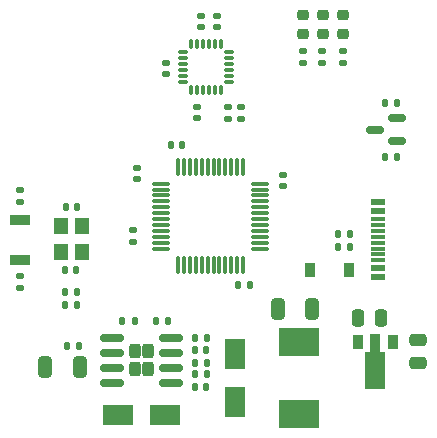
<source format=gbr>
%TF.GenerationSoftware,KiCad,Pcbnew,(6.0.0)*%
%TF.CreationDate,2022-08-29T11:56:51+07:00*%
%TF.ProjectId,FlightBit,466c6967-6874-4426-9974-2e6b69636164,rev?*%
%TF.SameCoordinates,Original*%
%TF.FileFunction,Paste,Top*%
%TF.FilePolarity,Positive*%
%FSLAX46Y46*%
G04 Gerber Fmt 4.6, Leading zero omitted, Abs format (unit mm)*
G04 Created by KiCad (PCBNEW (6.0.0)) date 2022-08-29 11:56:51*
%MOMM*%
%LPD*%
G01*
G04 APERTURE LIST*
G04 Aperture macros list*
%AMRoundRect*
0 Rectangle with rounded corners*
0 $1 Rounding radius*
0 $2 $3 $4 $5 $6 $7 $8 $9 X,Y pos of 4 corners*
0 Add a 4 corners polygon primitive as box body*
4,1,4,$2,$3,$4,$5,$6,$7,$8,$9,$2,$3,0*
0 Add four circle primitives for the rounded corners*
1,1,$1+$1,$2,$3*
1,1,$1+$1,$4,$5*
1,1,$1+$1,$6,$7*
1,1,$1+$1,$8,$9*
0 Add four rect primitives between the rounded corners*
20,1,$1+$1,$2,$3,$4,$5,0*
20,1,$1+$1,$4,$5,$6,$7,0*
20,1,$1+$1,$6,$7,$8,$9,0*
20,1,$1+$1,$8,$9,$2,$3,0*%
%AMFreePoly0*
4,1,9,3.862500,-0.866500,0.737500,-0.866500,0.737500,-0.450000,-0.737500,-0.450000,-0.737500,0.450000,0.737500,0.450000,0.737500,0.866500,3.862500,0.866500,3.862500,-0.866500,3.862500,-0.866500,$1*%
G04 Aperture macros list end*
%ADD10R,1.700000X0.900000*%
%ADD11RoundRect,0.140000X0.140000X0.170000X-0.140000X0.170000X-0.140000X-0.170000X0.140000X-0.170000X0*%
%ADD12RoundRect,0.218750X-0.256250X0.218750X-0.256250X-0.218750X0.256250X-0.218750X0.256250X0.218750X0*%
%ADD13RoundRect,0.140000X-0.170000X0.140000X-0.170000X-0.140000X0.170000X-0.140000X0.170000X0.140000X0*%
%ADD14RoundRect,0.135000X-0.185000X0.135000X-0.185000X-0.135000X0.185000X-0.135000X0.185000X0.135000X0*%
%ADD15R,1.160000X0.600000*%
%ADD16R,1.160000X0.300000*%
%ADD17RoundRect,0.250000X0.475000X-0.250000X0.475000X0.250000X-0.475000X0.250000X-0.475000X-0.250000X0*%
%ADD18RoundRect,0.150000X0.587500X0.150000X-0.587500X0.150000X-0.587500X-0.150000X0.587500X-0.150000X0*%
%ADD19RoundRect,0.135000X0.135000X0.185000X-0.135000X0.185000X-0.135000X-0.185000X0.135000X-0.185000X0*%
%ADD20RoundRect,0.135000X-0.135000X-0.185000X0.135000X-0.185000X0.135000X0.185000X-0.135000X0.185000X0*%
%ADD21RoundRect,0.135000X0.185000X-0.135000X0.185000X0.135000X-0.185000X0.135000X-0.185000X-0.135000X0*%
%ADD22RoundRect,0.250000X0.325000X0.650000X-0.325000X0.650000X-0.325000X-0.650000X0.325000X-0.650000X0*%
%ADD23RoundRect,0.140000X0.170000X-0.140000X0.170000X0.140000X-0.170000X0.140000X-0.170000X-0.140000X0*%
%ADD24RoundRect,0.140000X-0.140000X-0.170000X0.140000X-0.170000X0.140000X0.170000X-0.140000X0.170000X0*%
%ADD25R,0.900000X1.200000*%
%ADD26R,1.200000X1.400000*%
%ADD27R,0.900000X1.300000*%
%ADD28FreePoly0,270.000000*%
%ADD29RoundRect,0.250000X-0.250000X-0.475000X0.250000X-0.475000X0.250000X0.475000X-0.250000X0.475000X0*%
%ADD30R,2.500000X1.800000*%
%ADD31R,1.800000X2.500000*%
%ADD32RoundRect,0.240000X0.240000X0.385000X-0.240000X0.385000X-0.240000X-0.385000X0.240000X-0.385000X0*%
%ADD33RoundRect,0.150000X0.825000X0.150000X-0.825000X0.150000X-0.825000X-0.150000X0.825000X-0.150000X0*%
%ADD34RoundRect,0.075000X-0.662500X-0.075000X0.662500X-0.075000X0.662500X0.075000X-0.662500X0.075000X0*%
%ADD35RoundRect,0.075000X-0.075000X-0.662500X0.075000X-0.662500X0.075000X0.662500X-0.075000X0.662500X0*%
%ADD36RoundRect,0.075000X0.350000X0.075000X-0.350000X0.075000X-0.350000X-0.075000X0.350000X-0.075000X0*%
%ADD37RoundRect,0.075000X-0.075000X0.350000X-0.075000X-0.350000X0.075000X-0.350000X0.075000X0.350000X0*%
%ADD38R,3.500000X2.350000*%
G04 APERTURE END LIST*
D10*
%TO.C,SW1*%
X121500000Y-95500000D03*
X121500000Y-98900000D03*
%TD*%
D11*
%TO.C,C3*%
X140900000Y-101000000D03*
X139940000Y-101000000D03*
%TD*%
D12*
%TO.C,D3*%
X145400000Y-78212500D03*
X145400000Y-79787500D03*
%TD*%
D13*
%TO.C,C4*%
X143700000Y-91720000D03*
X143700000Y-92680000D03*
%TD*%
D14*
%TO.C,R16*%
X147070000Y-81190000D03*
X147070000Y-82210000D03*
%TD*%
D15*
%TO.C,J2*%
X151815000Y-100400000D03*
X151815000Y-99600000D03*
D16*
X151815000Y-98450000D03*
X151815000Y-97450000D03*
X151815000Y-96950000D03*
X151815000Y-95950000D03*
D15*
X151815000Y-94800000D03*
X151815000Y-94000000D03*
X151815000Y-94000000D03*
X151815000Y-94800000D03*
D16*
X151815000Y-95450000D03*
X151815000Y-96450000D03*
X151815000Y-97950000D03*
X151815000Y-98950000D03*
D15*
X151815000Y-99600000D03*
X151815000Y-100400000D03*
%TD*%
D17*
%TO.C,C17*%
X155150000Y-107600000D03*
X155150000Y-105700000D03*
%TD*%
D18*
%TO.C,Q1*%
X153377500Y-88830000D03*
X153377500Y-86930000D03*
X151502500Y-87880000D03*
%TD*%
D12*
%TO.C,D5*%
X148800000Y-78200000D03*
X148800000Y-79775000D03*
%TD*%
D19*
%TO.C,R6*%
X153390000Y-85600000D03*
X152370000Y-85600000D03*
%TD*%
D20*
%TO.C,R14*%
X130140000Y-104100000D03*
X131160000Y-104100000D03*
%TD*%
%TO.C,R9*%
X136240000Y-107600000D03*
X137260000Y-107600000D03*
%TD*%
D19*
%TO.C,R10*%
X137260000Y-108600000D03*
X136240000Y-108600000D03*
%TD*%
D21*
%TO.C,R2*%
X121500000Y-101310000D03*
X121500000Y-100290000D03*
%TD*%
D13*
%TO.C,C8*%
X138100000Y-78220000D03*
X138100000Y-79180000D03*
%TD*%
%TO.C,C11*%
X136450000Y-85950000D03*
X136450000Y-86910000D03*
%TD*%
D11*
%TO.C,C14*%
X137230000Y-109700000D03*
X136270000Y-109700000D03*
%TD*%
D12*
%TO.C,D4*%
X147100000Y-78200000D03*
X147100000Y-79775000D03*
%TD*%
D20*
%TO.C,R11*%
X125440000Y-106200000D03*
X126460000Y-106200000D03*
%TD*%
D21*
%TO.C,R4*%
X139050000Y-86950000D03*
X139050000Y-85930000D03*
%TD*%
D20*
%TO.C,R19*%
X125290000Y-101600000D03*
X126310000Y-101600000D03*
%TD*%
D19*
%TO.C,R18*%
X126300000Y-102700000D03*
X125280000Y-102700000D03*
%TD*%
D13*
%TO.C,C10*%
X133800000Y-82220000D03*
X133800000Y-83180000D03*
%TD*%
D22*
%TO.C,C12*%
X126525000Y-108000000D03*
X123575000Y-108000000D03*
%TD*%
D23*
%TO.C,C9*%
X136800000Y-79180000D03*
X136800000Y-78220000D03*
%TD*%
D20*
%TO.C,R5*%
X152380000Y-90200000D03*
X153400000Y-90200000D03*
%TD*%
D24*
%TO.C,C7*%
X125240000Y-99800000D03*
X126200000Y-99800000D03*
%TD*%
D19*
%TO.C,R8*%
X149410000Y-97800000D03*
X148390000Y-97800000D03*
%TD*%
D25*
%TO.C,D6*%
X146050000Y-99800000D03*
X149350000Y-99800000D03*
%TD*%
D26*
%TO.C,Y1*%
X124970000Y-96000000D03*
X124970000Y-98200000D03*
X126670000Y-98200000D03*
X126670000Y-96000000D03*
%TD*%
D11*
%TO.C,C13*%
X137220000Y-106500000D03*
X136260000Y-106500000D03*
%TD*%
D19*
%TO.C,R7*%
X149410000Y-96700000D03*
X148390000Y-96700000D03*
%TD*%
D27*
%TO.C,U4*%
X153050000Y-105850000D03*
D28*
X151550000Y-105937500D03*
D27*
X150050000Y-105850000D03*
%TD*%
D29*
%TO.C,C16*%
X150100000Y-103800000D03*
X152000000Y-103800000D03*
%TD*%
D21*
%TO.C,R3*%
X140150000Y-86960000D03*
X140150000Y-85940000D03*
%TD*%
D14*
%TO.C,R15*%
X145400000Y-81190000D03*
X145400000Y-82210000D03*
%TD*%
D23*
%TO.C,C5*%
X131400000Y-92100000D03*
X131400000Y-91140000D03*
%TD*%
D14*
%TO.C,R17*%
X148800000Y-81190000D03*
X148800000Y-82210000D03*
%TD*%
D11*
%TO.C,C6*%
X126280000Y-94400000D03*
X125320000Y-94400000D03*
%TD*%
D30*
%TO.C,D1*%
X129750000Y-112000000D03*
X133750000Y-112000000D03*
%TD*%
D22*
%TO.C,C15*%
X146225000Y-103100000D03*
X143275000Y-103100000D03*
%TD*%
D24*
%TO.C,C2*%
X134240000Y-89200000D03*
X135200000Y-89200000D03*
%TD*%
D31*
%TO.C,D2*%
X139650000Y-110900000D03*
X139650000Y-106900000D03*
%TD*%
D32*
%TO.C,U3*%
X132320000Y-106650000D03*
X131180000Y-108150000D03*
X131180000Y-106650000D03*
X132320000Y-108150000D03*
D33*
X134225000Y-109305000D03*
X134225000Y-108035000D03*
X134225000Y-106765000D03*
X134225000Y-105495000D03*
X129275000Y-105495000D03*
X129275000Y-106765000D03*
X129275000Y-108035000D03*
X129275000Y-109305000D03*
%TD*%
D14*
%TO.C,R1*%
X121500000Y-92990000D03*
X121500000Y-94010000D03*
%TD*%
D34*
%TO.C,U1*%
X133437500Y-92450000D03*
X133437500Y-92950000D03*
X133437500Y-93450000D03*
X133437500Y-93950000D03*
X133437500Y-94450000D03*
X133437500Y-94950000D03*
X133437500Y-95450000D03*
X133437500Y-95950000D03*
X133437500Y-96450000D03*
X133437500Y-96950000D03*
X133437500Y-97450000D03*
X133437500Y-97950000D03*
D35*
X134850000Y-99362500D03*
X135350000Y-99362500D03*
X135850000Y-99362500D03*
X136350000Y-99362500D03*
X136850000Y-99362500D03*
X137350000Y-99362500D03*
X137850000Y-99362500D03*
X138350000Y-99362500D03*
X138850000Y-99362500D03*
X139350000Y-99362500D03*
X139850000Y-99362500D03*
X140350000Y-99362500D03*
D34*
X141762500Y-97950000D03*
X141762500Y-97450000D03*
X141762500Y-96950000D03*
X141762500Y-96450000D03*
X141762500Y-95950000D03*
X141762500Y-95450000D03*
X141762500Y-94950000D03*
X141762500Y-94450000D03*
X141762500Y-93950000D03*
X141762500Y-93450000D03*
X141762500Y-92950000D03*
X141762500Y-92450000D03*
D35*
X140350000Y-91037500D03*
X139850000Y-91037500D03*
X139350000Y-91037500D03*
X138850000Y-91037500D03*
X138350000Y-91037500D03*
X137850000Y-91037500D03*
X137350000Y-91037500D03*
X136850000Y-91037500D03*
X136350000Y-91037500D03*
X135850000Y-91037500D03*
X135350000Y-91037500D03*
X134850000Y-91037500D03*
%TD*%
D36*
%TO.C,U2*%
X139150000Y-83850000D03*
X139150000Y-83350000D03*
X139150000Y-82850000D03*
X139150000Y-82350000D03*
X139150000Y-81850000D03*
X139150000Y-81350000D03*
D37*
X138450000Y-80650000D03*
X137950000Y-80650000D03*
X137450000Y-80650000D03*
X136950000Y-80650000D03*
X136450000Y-80650000D03*
X135950000Y-80650000D03*
D36*
X135250000Y-81350000D03*
X135250000Y-81850000D03*
X135250000Y-82350000D03*
X135250000Y-82850000D03*
X135250000Y-83350000D03*
X135250000Y-83850000D03*
D37*
X135950000Y-84550000D03*
X136450000Y-84550000D03*
X136950000Y-84550000D03*
X137450000Y-84550000D03*
X137950000Y-84550000D03*
X138450000Y-84550000D03*
%TD*%
D20*
%TO.C,R12*%
X136240000Y-105500000D03*
X137260000Y-105500000D03*
%TD*%
%TO.C,R13*%
X132950000Y-104100000D03*
X133970000Y-104100000D03*
%TD*%
D38*
%TO.C,L1*%
X145050000Y-111930000D03*
X145050000Y-105870000D03*
%TD*%
D23*
%TO.C,C1*%
X131000000Y-97380000D03*
X131000000Y-96420000D03*
%TD*%
M02*

</source>
